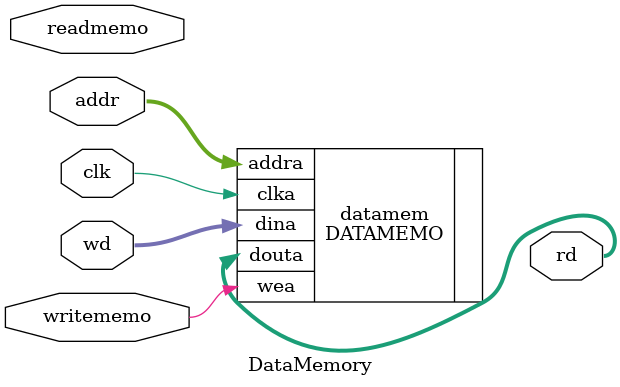
<source format=v>
`timescale 1ns / 1ps
module DataMemory(
input [4:0] addr,
input [31:0] wd,
input clk,readmemo,
input writememo,
output [31:0] rd
    );
	 
/*input clka;
input ena;
input [0 : 0] wea;
input [4 : 0] addra; 
input [31 : 0] dina;
output [31 : 0] douta;*/ 
	 
	 //parameter ena = 1'b1;
	 DATAMEMO datamem(.clka(clk),.wea(writememo),.addra(addr[4:0]),.dina(wd),.douta(rd));

endmodule

</source>
